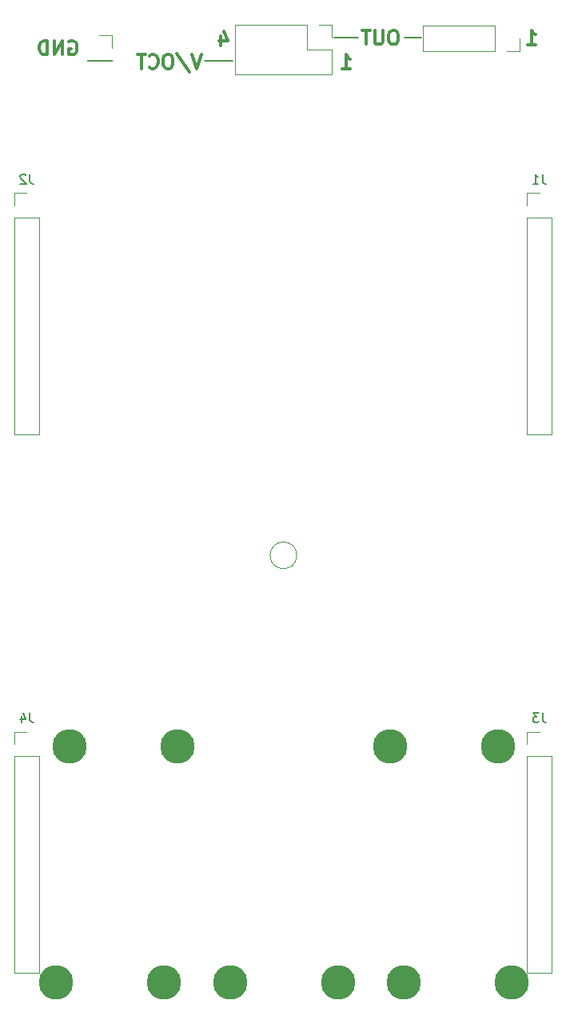
<source format=gbr>
%TF.GenerationSoftware,KiCad,Pcbnew,(6.0.11)*%
%TF.CreationDate,2023-03-01T21:17:09+00:00*%
%TF.ProjectId,Quadraphone_Controls,51756164-7261-4706-986f-6e655f436f6e,rev?*%
%TF.SameCoordinates,Original*%
%TF.FileFunction,Legend,Bot*%
%TF.FilePolarity,Positive*%
%FSLAX46Y46*%
G04 Gerber Fmt 4.6, Leading zero omitted, Abs format (unit mm)*
G04 Created by KiCad (PCBNEW (6.0.11)) date 2023-03-01 21:17:09*
%MOMM*%
%LPD*%
G01*
G04 APERTURE LIST*
%ADD10C,0.150000*%
%ADD11C,0.300000*%
%ADD12C,0.120000*%
%ADD13C,3.650000*%
G04 APERTURE END LIST*
D10*
X94575000Y-45250000D02*
X92825000Y-45250000D01*
X71650000Y-47700000D02*
X74600000Y-47700000D01*
X87900000Y-45200000D02*
X85350000Y-45200000D01*
D11*
X91800000Y-44428571D02*
X91514285Y-44428571D01*
X91371428Y-44500000D01*
X91228571Y-44642857D01*
X91157142Y-44928571D01*
X91157142Y-45428571D01*
X91228571Y-45714285D01*
X91371428Y-45857142D01*
X91514285Y-45928571D01*
X91800000Y-45928571D01*
X91942857Y-45857142D01*
X92085714Y-45714285D01*
X92157142Y-45428571D01*
X92157142Y-44928571D01*
X92085714Y-44642857D01*
X91942857Y-44500000D01*
X91800000Y-44428571D01*
X90514285Y-44428571D02*
X90514285Y-45642857D01*
X90442857Y-45785714D01*
X90371428Y-45857142D01*
X90228571Y-45928571D01*
X89942857Y-45928571D01*
X89800000Y-45857142D01*
X89728571Y-45785714D01*
X89657142Y-45642857D01*
X89657142Y-44428571D01*
X89157142Y-44428571D02*
X88300000Y-44428571D01*
X88728571Y-45928571D02*
X88728571Y-44428571D01*
X73364285Y-45078571D02*
X73364285Y-46078571D01*
X73721428Y-44507142D02*
X74078571Y-45578571D01*
X73150000Y-45578571D01*
X86221428Y-48528571D02*
X87078571Y-48528571D01*
X86650000Y-48528571D02*
X86650000Y-47028571D01*
X86792857Y-47242857D01*
X86935714Y-47385714D01*
X87078571Y-47457142D01*
X57292857Y-45600000D02*
X57435714Y-45528571D01*
X57650000Y-45528571D01*
X57864285Y-45600000D01*
X58007142Y-45742857D01*
X58078571Y-45885714D01*
X58150000Y-46171428D01*
X58150000Y-46385714D01*
X58078571Y-46671428D01*
X58007142Y-46814285D01*
X57864285Y-46957142D01*
X57650000Y-47028571D01*
X57507142Y-47028571D01*
X57292857Y-46957142D01*
X57221428Y-46885714D01*
X57221428Y-46385714D01*
X57507142Y-46385714D01*
X56578571Y-47028571D02*
X56578571Y-45528571D01*
X55721428Y-47028571D01*
X55721428Y-45528571D01*
X55007142Y-47028571D02*
X55007142Y-45528571D01*
X54650000Y-45528571D01*
X54435714Y-45600000D01*
X54292857Y-45742857D01*
X54221428Y-45885714D01*
X54150000Y-46171428D01*
X54150000Y-46385714D01*
X54221428Y-46671428D01*
X54292857Y-46814285D01*
X54435714Y-46957142D01*
X54650000Y-47028571D01*
X55007142Y-47028571D01*
X71292857Y-46978571D02*
X70792857Y-48478571D01*
X70292857Y-46978571D01*
X68721428Y-46907142D02*
X70007142Y-48835714D01*
X67935714Y-46978571D02*
X67650000Y-46978571D01*
X67507142Y-47050000D01*
X67364285Y-47192857D01*
X67292857Y-47478571D01*
X67292857Y-47978571D01*
X67364285Y-48264285D01*
X67507142Y-48407142D01*
X67650000Y-48478571D01*
X67935714Y-48478571D01*
X68078571Y-48407142D01*
X68221428Y-48264285D01*
X68292857Y-47978571D01*
X68292857Y-47478571D01*
X68221428Y-47192857D01*
X68078571Y-47050000D01*
X67935714Y-46978571D01*
X65792857Y-48335714D02*
X65864285Y-48407142D01*
X66078571Y-48478571D01*
X66221428Y-48478571D01*
X66435714Y-48407142D01*
X66578571Y-48264285D01*
X66650000Y-48121428D01*
X66721428Y-47835714D01*
X66721428Y-47621428D01*
X66650000Y-47335714D01*
X66578571Y-47192857D01*
X66435714Y-47050000D01*
X66221428Y-46978571D01*
X66078571Y-46978571D01*
X65864285Y-47050000D01*
X65792857Y-47121428D01*
X65364285Y-46978571D02*
X64507142Y-46978571D01*
X64935714Y-48478571D02*
X64935714Y-46978571D01*
X105871428Y-45978571D02*
X106728571Y-45978571D01*
X106300000Y-45978571D02*
X106300000Y-44478571D01*
X106442857Y-44692857D01*
X106585714Y-44835714D01*
X106728571Y-44907142D01*
D10*
%TO.C,J3*%
X107433333Y-116682380D02*
X107433333Y-117396666D01*
X107480952Y-117539523D01*
X107576190Y-117634761D01*
X107719047Y-117682380D01*
X107814285Y-117682380D01*
X107052380Y-116682380D02*
X106433333Y-116682380D01*
X106766666Y-117063333D01*
X106623809Y-117063333D01*
X106528571Y-117110952D01*
X106480952Y-117158571D01*
X106433333Y-117253809D01*
X106433333Y-117491904D01*
X106480952Y-117587142D01*
X106528571Y-117634761D01*
X106623809Y-117682380D01*
X106909523Y-117682380D01*
X107004761Y-117634761D01*
X107052380Y-117587142D01*
%TO.C,J4*%
X53133333Y-116682380D02*
X53133333Y-117396666D01*
X53180952Y-117539523D01*
X53276190Y-117634761D01*
X53419047Y-117682380D01*
X53514285Y-117682380D01*
X52228571Y-117015714D02*
X52228571Y-117682380D01*
X52466666Y-116634761D02*
X52704761Y-117349047D01*
X52085714Y-117349047D01*
%TO.C,J1*%
X107433333Y-59682380D02*
X107433333Y-60396666D01*
X107480952Y-60539523D01*
X107576190Y-60634761D01*
X107719047Y-60682380D01*
X107814285Y-60682380D01*
X106433333Y-60682380D02*
X107004761Y-60682380D01*
X106719047Y-60682380D02*
X106719047Y-59682380D01*
X106814285Y-59825238D01*
X106909523Y-59920476D01*
X107004761Y-59968095D01*
%TO.C,J2*%
X53133333Y-59682380D02*
X53133333Y-60396666D01*
X53180952Y-60539523D01*
X53276190Y-60634761D01*
X53419047Y-60682380D01*
X53514285Y-60682380D01*
X52704761Y-59777619D02*
X52657142Y-59730000D01*
X52561904Y-59682380D01*
X52323809Y-59682380D01*
X52228571Y-59730000D01*
X52180952Y-59777619D01*
X52133333Y-59872857D01*
X52133333Y-59968095D01*
X52180952Y-60110952D01*
X52752380Y-60682380D01*
X52133333Y-60682380D01*
D12*
%TO.C,D1*%
X81414214Y-100000000D02*
G75*
G03*
X81414214Y-100000000I-1414214J0D01*
G01*
%TO.C,J12*%
X85130000Y-49070000D02*
X85130000Y-46470000D01*
X85130000Y-45200000D02*
X85130000Y-43870000D01*
X82530000Y-46470000D02*
X82530000Y-43870000D01*
X74850000Y-49070000D02*
X74850000Y-43870000D01*
X85130000Y-49070000D02*
X74850000Y-49070000D01*
X85130000Y-46470000D02*
X82530000Y-46470000D01*
X82530000Y-43870000D02*
X74850000Y-43870000D01*
X85130000Y-43870000D02*
X83800000Y-43870000D01*
%TO.C,J13*%
X102430000Y-46630000D02*
X102430000Y-43970000D01*
X102430000Y-46630000D02*
X94750000Y-46630000D01*
X103700000Y-46630000D02*
X105030000Y-46630000D01*
X105030000Y-46630000D02*
X105030000Y-45300000D01*
X94750000Y-46630000D02*
X94750000Y-43970000D01*
X102430000Y-43970000D02*
X94750000Y-43970000D01*
%TO.C,J3*%
X105770000Y-118670000D02*
X105770000Y-120000000D01*
X107100000Y-118670000D02*
X105770000Y-118670000D01*
X108430000Y-121270000D02*
X108430000Y-144190000D01*
X105770000Y-121270000D02*
X105770000Y-144190000D01*
X108430000Y-144190000D02*
X105770000Y-144190000D01*
X108430000Y-121270000D02*
X105770000Y-121270000D01*
%TO.C,J14*%
X61830000Y-47630000D02*
X59170000Y-47630000D01*
X59170000Y-47570000D02*
X59170000Y-47630000D01*
X61830000Y-44970000D02*
X60500000Y-44970000D01*
X61830000Y-47570000D02*
X61830000Y-47630000D01*
X61830000Y-46300000D02*
X61830000Y-44970000D01*
X61830000Y-47570000D02*
X59170000Y-47570000D01*
%TO.C,J4*%
X54130000Y-121270000D02*
X54130000Y-144190000D01*
X51470000Y-118670000D02*
X51470000Y-120000000D01*
X54130000Y-144190000D02*
X51470000Y-144190000D01*
X51470000Y-121270000D02*
X51470000Y-144190000D01*
X52800000Y-118670000D02*
X51470000Y-118670000D01*
X54130000Y-121270000D02*
X51470000Y-121270000D01*
%TO.C,J1*%
X108430000Y-87190000D02*
X105770000Y-87190000D01*
X105770000Y-64270000D02*
X105770000Y-87190000D01*
X108430000Y-64270000D02*
X108430000Y-87190000D01*
X108430000Y-64270000D02*
X105770000Y-64270000D01*
X107100000Y-61670000D02*
X105770000Y-61670000D01*
X105770000Y-61670000D02*
X105770000Y-63000000D01*
%TO.C,J2*%
X54130000Y-64270000D02*
X54130000Y-87190000D01*
X52800000Y-61670000D02*
X51470000Y-61670000D01*
X51470000Y-64270000D02*
X51470000Y-87190000D01*
X54130000Y-64270000D02*
X51470000Y-64270000D01*
X51470000Y-61670000D02*
X51470000Y-63000000D01*
X54130000Y-87190000D02*
X51470000Y-87190000D01*
%TD*%
D13*
%TO.C,J7*%
X102760000Y-120200000D03*
X91330000Y-120200000D03*
%TD*%
%TO.C,J9*%
X57330000Y-120200000D03*
X68760000Y-120200000D03*
%TD*%
%TO.C,J8*%
X92730000Y-145200000D03*
X104160000Y-145200000D03*
%TD*%
%TO.C,J10*%
X67360000Y-145200000D03*
X55930000Y-145200000D03*
%TD*%
%TO.C,J11*%
X85760000Y-145200000D03*
X74330000Y-145200000D03*
%TD*%
M02*

</source>
